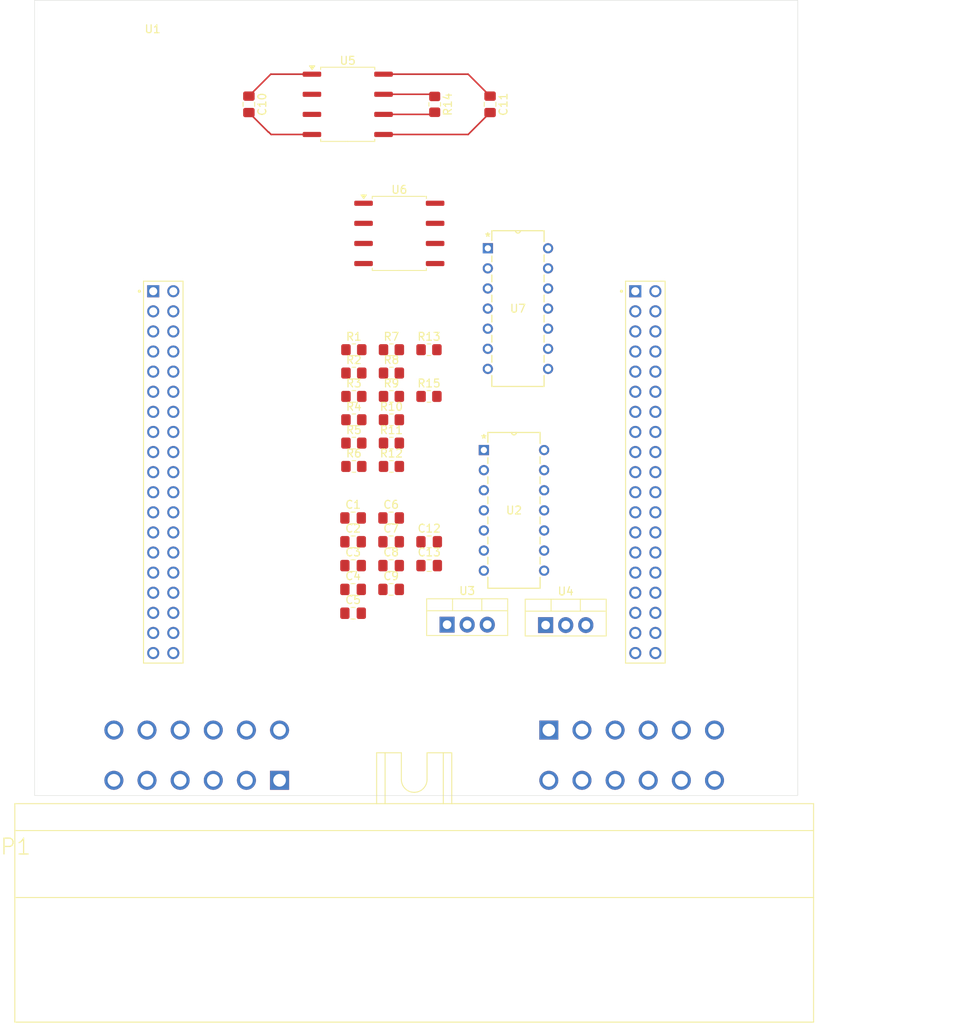
<source format=kicad_pcb>
(kicad_pcb (version 20240108) (generator "pcbnew") (generator_version "8.0")
  (title_block (title "ETC PCB") (date "2024-10-12") (rev "1") (company "Dustin Wang - Formula Slug"))
  (layers (0 "F.Cu" signal) (31 "B.Cu" signal) (34 "B.Paste" user) (35 "F.Paste" user) (36 "B.SilkS" user "B.Silkscreen") (37 "F.SilkS" user "F.Silkscreen") (38 "B.Mask" user) (39 "F.Mask" user) (44 "Edge.Cuts" user))
  (net 0 "")
  (net 1 "+12V")
  (net 2 "GND")
  (net 3 "+5V")
  (net 4 "+9V")
  (net 5 "/HE1")
  (net 6 "/HE2")
  (net 7 "/BSE")
  (net 8 "/Cockpit_smooth")
  (net 9 "/Reverse_smooth")
  (net 10 "+3V3")
  (net 12 "/HE1_RAW")
  (net 13 "/RTDS")
  (net 15 "/L_CAN")
  (net 16 "/Cockpit_Raw")
  (net 19 "/Reverse_Raw")
  (net 20 "/BSE_RAW")
  (net 21 "/H_CAN")
  (net 22 "/HE2_RAW")
  (net 23 "/L_Motor_CAN")
  (net 24 "/H_Motor_CAN")
  (net 25 "Net-(U2A--)")
  (net 26 "Net-(U2B--)")
  (net 27 "Net-(U2C--)")
  (net 37 "/Reverse_Signal")
  (net 40 "/CAN_RD")
  (net 49 "/Motor_CAN_RD")
  (net 58 "/CAN_TD")
  (net 71 "/Cockpit_Signal")
  (net 81 "/Motor_CAN_TD")
  (net 83 "Net-(U2D--)")
  (footprint "FS_3_Global_Footprint_Library:NUCLEO-F446RE" (layer "F.Cu") (at 197.75 107.79)
    (property "Reference" "U1" (at -31.825 -42.635 0) (layer "F.SilkS"))
    (property "Value" "NUCLEO-F446RE")
    (fp_line (start -32.98 -10.78) (end -32.98 37.48) (stroke (width 0.127)) (layer "F.SilkS"))
    (fp_line (start -32.98 -10.78) (end -32.98 37.48) (stroke (width 0.127)) (layer "F.SilkS"))
    (fp_line (start -32.98 37.48) (end -27.98 37.48) (stroke (width 0.127)) (layer "F.SilkS"))
    (fp_line (start -27.98 -10.78) (end -32.98 -10.78) (stroke (width 0.127)) (layer "F.SilkS"))
    (fp_line (start -27.98 37.48) (end -27.98 -10.78) (stroke (width 0.127)) (layer "F.SilkS"))
    (fp_line (start 27.98 -10.78) (end 27.98 37.48) (stroke (width 0.127)) (layer "F.SilkS"))
    (fp_line (start 32.98 -10.78) (end 27.98 -10.78) (stroke (width 0.127)) (layer "F.SilkS"))
    (fp_line (start 32.98 -10.78) (end 32.98 37.48) (stroke (width 0.127)) (layer "F.SilkS"))
    (fp_line (start 32.98 37.48) (end 27.98 37.48) (stroke (width 0.127)) (layer "F.SilkS"))
    (fp_circle (center -33.5 -9.51) (end -33.4 -9.51) (stroke (width 0.2)) (fill none) (layer "F.SilkS"))
    (fp_circle (center 27.46 -9.51) (end 27.56 -9.51) (stroke (width 0.2)) (fill none) (layer "F.SilkS"))
    (pad "CN7_1" thru_hole rect (at -31.75 -9.51) (size 1.53 1.53) (drill 1.02) (layers "*.Cu" "*.Mask"))
    (pad "CN7_2" thru_hole circle (at -29.21 -9.51) (size 1.53 1.53) (drill 1.02) (layers "*.Cu" "*.Mask"))
    (pad "CN7_3" thru_hole circle (at -31.75 -6.97) (size 1.53 1.53) (drill 1.02) (layers "*.Cu" "*.Mask"))
    (pad "CN7_4" thru_hole circle (at -29.21 -6.97) (size 1.53 1.53) (drill 1.02) (layers "*.Cu" "*.Mask"))
    (pad "CN7_5" thru_hole circle (at -31.75 -4.43) (size 1.53 1.53) (drill 1.02) (layers "*.Cu" "*.Mask"))
    (pad "CN7_6" thru_hole circle (at -29.21 -4.43) (size 1.53 1.53) (drill 1.02) (layers "*.Cu" "*.Mask"))
    (pad "CN7_7" thru_hole circle (at -31.75 -1.89) (size 1.53 1.53) (drill 1.02) (layers "*.Cu" "*.Mask"))
    (pad "CN7_8" thru_hole circle (at -29.21 -1.89) (size 1.53 1.53) (drill 1.02) (layers "*.Cu" "*.Mask") (net 2 "GND"))
    (pad "CN7_9" thru_hole circle (at -31.75 0.65) (size 1.53 1.53) (drill 1.02) (layers "*.Cu" "*.Mask"))
    (pad "CN7_10" thru_hole circle (at -29.21 0.65) (size 1.53 1.53) (drill 1.02) (layers "*.Cu" "*.Mask"))
    (pad "CN7_11" thru_hole circle (at -31.75 3.19) (size 1.53 1.53) (drill 1.02) (layers "*.Cu" "*.Mask"))
    (pad "CN7_12" thru_hole circle (at -29.21 3.19) (size 1.53 1.53) (drill 1.02) (layers "*.Cu" "*.Mask"))
    (pad "CN7_13" thru_hole circle (at -31.75 5.73) (size 1.53 1.53) (drill 1.02) (layers "*.Cu" "*.Mask"))
    (pad "CN7_14" thru_hole circle (at -29.21 5.73) (size 1.53 1.53) (drill 1.02) (layers "*.Cu" "*.Mask"))
    (pad "CN7_15" thru_hole circle (at -31.75 8.27) (size 1.53 1.53) (drill 1.02) (layers "*.Cu" "*.Mask"))
    (pad "CN7_16" thru_hole circle (at -29.21 8.27) (size 1.53 1.53) (drill 1.02) (layers "*.Cu" "*.Mask") (net 10 "+3V3"))
    (pad "CN7_17" thru_hole circle (at -31.75 10.81) (size 1.53 1.53) (drill 1.02) (layers "*.Cu" "*.Mask"))
    (pad "CN7_18" thru_hole circle (at -29.21 10.81) (size 1.53 1.53) (drill 1.02) (layers "*.Cu" "*.Mask"))
    (pad "CN7_19" thru_hole circle (at -31.75 13.35) (size 1.53 1.53) (drill 1.02) (layers "*.Cu" "*.Mask") (net 2 "GND"))
    (pad "CN7_20" thru_hole circle (at -29.21 13.35) (size 1.53 1.53) (drill 1.02) (layers "*.Cu" "*.Mask") (net 2 "GND"))
    (pad "CN7_21" thru_hole circle (at -31.75 15.89) (size 1.53 1.53) (drill 1.02) (layers "*.Cu" "*.Mask"))
    (pad "CN7_22" thru_hole circle (at -29.21 15.89) (size 1.53 1.53) (drill 1.02) (layers "*.Cu" "*.Mask") (net 2 "GND"))
    (pad "CN7_23" thru_hole circle (at -31.75 18.43) (size 1.53 1.53) (drill 1.02) (layers "*.Cu" "*.Mask") (net 13 "/RTDS"))
    (pad "CN7_24" thru_hole circle (at -29.21 18.43) (size 1.53 1.53) (drill 1.02) (layers "*.Cu" "*.Mask") (net 4 "+9V"))
    (pad "CN7_25" thru_hole circle (at -31.75 20.97) (size 1.53 1.53) (drill 1.02) (layers "*.Cu" "*.Mask"))
    (pad "CN7_26" thru_hole circle (at -29.21 20.97) (size 1.53 1.53) (drill 1.02) (layers "*.Cu" "*.Mask"))
    (pad "CN7_27" thru_hole circle (at -31.75 23.51) (size 1.53 1.53) (drill 1.02) (layers "*.Cu" "*.Mask") (net 37 "/Reverse_Signal"))
    (pad "CN7_28" thru_hole circle (at -29.21 23.51) (size 1.53 1.53) (drill 1.02) (layers "*.Cu" "*.Mask") (net 5 "/HE1"))
    (pad "CN7_29" thru_hole circle (at -31.75 26.05) (size 1.53 1.53) (drill 1.02) (layers "*.Cu" "*.Mask"))
    (pad "CN7_30" thru_hole circle (at -29.21 26.05) (size 1.53 1.53) (drill 1.02) (layers "*.Cu" "*.Mask"))
    (pad "CN7_31" thru_hole circle (at -31.75 28.59) (size 1.53 1.53) (drill 1.02) (layers "*.Cu" "*.Mask") (net 71 "/Cockpit_Signal"))
    (pad "CN7_32" thru_hole circle (at -29.21 28.59) (size 1.53 1.53) (drill 1.02) (layers "*.Cu" "*.Mask"))
    (pad "CN7_33" thru_hole circle (at -31.75 31.13) (size 1.53 1.53) (drill 1.02) (layers "*.Cu" "*.Mask"))
    (pad "CN7_34" thru_hole circle (at -29.21 31.13) (size 1.53 1.53) (drill 1.02) (layers "*.Cu" "*.Mask") (net 6 "/HE2"))
    (pad "CN7_35" thru_hole circle (at -31.75 33.67) (size 1.53 1.53) (drill 1.02) (layers "*.Cu" "*.Mask"))
    (pad "CN7_36" thru_hole circle (at -29.21 33.67) (size 1.53 1.53) (drill 1.02) (layers "*.Cu" "*.Mask"))
    (pad "CN7_37" thru_hole circle (at -31.75 36.21) (size 1.53 1.53) (drill 1.02) (layers "*.Cu" "*.Mask"))
    (pad "CN7_38" thru_hole circle (at -29.21 36.21) (size 1.53 1.53) (drill 1.02) (layers "*.Cu" "*.Mask") (net 7 "/BSE"))
    (pad "CN10_1" thru_hole rect (at 29.21 -9.51) (size 1.53 1.53) (drill 1.02) (layers "*.Cu" "*.Mask"))
    (pad "CN10_2" thru_hole circle (at 31.75 -9.51) (size 1.53 1.53) (drill 1.02) (layers "*.Cu" "*.Mask"))
    (pad "CN10_3" thru_hole circle (at 29.21 -6.97) (size 1.53 1.53) (drill 1.02) (layers "*.Cu" "*.Mask"))
    (pad "CN10_4" thru_hole circle (at 31.75 -6.97) (size 1.53 1.53) (drill 1.02) (layers "*.Cu" "*.Mask"))
    (pad "CN10_5" thru_hole circle (at 29.21 -4.43) (size 1.53 1.53) (drill 1.02) (layers "*.Cu" "*.Mask"))
    (pad "CN10_6" thru_hole circle (at 31.75 -4.43) (size 1.53 1.53) (drill 1.02) (layers "*.Cu" "*.Mask"))
    (pad "CN10_7" thru_hole circle (at 29.21 -1.89) (size 1.53 1.53) (drill 1.02) (layers "*.Cu" "*.Mask"))
    (pad "CN10_8" thru_hole circle (at 31.75 -1.89) (size 1.53 1.53) (drill 1.02) (layers "*.Cu" "*.Mask"))
    (pad "CN10_9" thru_hole circle (at 29.21 0.65) (size 1.53 1.53) (drill 1.02) (layers "*.Cu" "*.Mask") (net 2 "GND"))
    (pad "CN10_10" thru_hole circle (at 31.75 0.65) (size 1.53 1.53) (drill 1.02) (layers "*.Cu" "*.Mask"))
    (pad "CN10_11" thru_hole circle (at 29.21 3.19) (size 1.53 1.53) (drill 1.02) (layers "*.Cu" "*.Mask"))
    (pad "CN10_12" thru_hole circle (at 31.75 3.19) (size 1.53 1.53) (drill 1.02) (layers "*.Cu" "*.Mask") (net 81 "/Motor_CAN_TD"))
    (pad "CN10_13" thru_hole circle (at 29.21 5.73) (size 1.53 1.53) (drill 1.02) (layers "*.Cu" "*.Mask"))
    (pad "CN10_14" thru_hole circle (at 31.75 5.73) (size 1.53 1.53) (drill 1.02) (layers "*.Cu" "*.Mask") (net 49 "/Motor_CAN_RD"))
    (pad "CN10_15" thru_hole circle (at 29.21 8.27) (size 1.53 1.53) (drill 1.02) (layers "*.Cu" "*.Mask"))
    (pad "CN10_16" thru_hole circle (at 31.75 8.27) (size 1.53 1.53) (drill 1.02) (layers "*.Cu" "*.Mask"))
    (pad "CN10_17" thru_hole circle (at 29.21 10.81) (size 1.53 1.53) (drill 1.02) (layers "*.Cu" "*.Mask") (net 58 "/CAN_TD"))
    (pad "CN10_18" thru_hole circle (at 31.75 10.81) (size 1.53 1.53) (drill 1.02) (layers "*.Cu" "*.Mask"))
    (pad "CN10_19" thru_hole circle (at 29.21 13.35) (size 1.53 1.53) (drill 1.02) (layers "*.Cu" "*.Mask"))
    (pad "CN10_20" thru_hole circle (at 31.75 13.35) (size 1.53 1.53) (drill 1.02) (layers "*.Cu" "*.Mask") (net 2 "GND"))
    (pad "CN10_21" thru_hole circle (at 29.21 15.89) (size 1.53 1.53) (drill 1.02) (layers "*.Cu" "*.Mask"))
    (pad "CN10_22" thru_hole circle (at 31.75 15.89) (size 1.53 1.53) (drill 1.02) (layers "*.Cu" "*.Mask"))
    (pad "CN10_23" thru_hole circle (at 29.21 18.43) (size 1.53 1.53) (drill 1.02) (layers "*.Cu" "*.Mask"))
    (pad "CN10_24" thru_hole circle (at 31.75 18.43) (size 1.53 1.53) (drill 1.02) (layers "*.Cu" "*.Mask"))
    (pad "CN10_25" thru_hole circle (at 29.21 20.97) (size 1.53 1.53) (drill 1.02) (layers "*.Cu" "*.Mask"))
    (pad "CN10_26" thru_hole circle (at 31.75 20.97) (size 1.53 1.53) (drill 1.02) (layers "*.Cu" "*.Mask"))
    (pad "CN10_27" thru_hole circle (at 29.21 23.51) (size 1.53 1.53) (drill 1.02) (layers "*.Cu" "*.Mask"))
    (pad "CN10_28" thru_hole circle (at 31.75 23.51) (size 1.53 1.53) (drill 1.02) (layers "*.Cu" "*.Mask"))
    (pad "CN10_29" thru_hole circle (at 29.21 26.05) (size 1.53 1.53) (drill 1.02) (layers "*.Cu" "*.Mask") (net 40 "/CAN_RD"))
    (pad "CN10_30" thru_hole circle (at 31.75 26.05) (size 1.53 1.53) (drill 1.02) (layers "*.Cu" "*.Mask"))
    (pad "CN10_31" thru_hole circle (at 29.21 28.59) (size 1.53 1.53) (drill 1.02) (layers "*.Cu" "*.Mask"))
    (pad "CN10_32" thru_hole circle (at 31.75 28.59) (size 1.53 1.53) (drill 1.02) (layers "*.Cu" "*.Mask") (net 2 "GND"))
    (pad "CN10_33" thru_hole circle (at 29.21 31.13) (size 1.53 1.53) (drill 1.02) (layers "*.Cu" "*.Mask"))
    (pad "CN10_34" thru_hole circle (at 31.75 31.13) (size 1.53 1.53) (drill 1.02) (layers "*.Cu" "*.Mask"))
    (pad "CN10_35" thru_hole circle (at 29.21 33.67) (size 1.53 1.53) (drill 1.02) (layers "*.Cu" "*.Mask"))
    (pad "CN10_36" thru_hole circle (at 31.75 33.67) (size 1.53 1.53) (drill 1.02) (layers "*.Cu" "*.Mask"))
    (pad "CN10_37" thru_hole circle (at 29.21 36.21) (size 1.53 1.53) (drill 1.02) (layers "*.Cu" "*.Mask"))
    (pad "CN10_38" thru_hole circle (at 31.75 36.21) (size 1.53 1.53) (drill 1.02) (layers "*.Cu" "*.Mask"))
  )
  (footprint "Capacitor_SMD:C_0805_2012Metric_Pad1.18x1.45mm_HandSolder" (layer "F.Cu") (at 191.2725 126.93)
    (property "Reference" "C1" (at 0 -1.68 0) (layer "F.SilkS"))
    (property "Value" ".33 µF")
    (fp_line (start -0.261252 -0.735) (end 0.261252 -0.735) (stroke (width 0.12)) (layer "F.SilkS"))
    (fp_line (start -0.261252 0.735) (end 0.261252 0.735) (stroke (width 0.12)) (layer "F.SilkS"))
    (pad "1" smd roundrect (at -1.0375 0) (size 1.175 1.45) (layers "F.Cu" "F.Paste" "F.Mask") (roundrect_rratio 0.212766) (net 1 "+12V"))
    (pad "2" smd roundrect (at 1.0375 0) (size 1.175 1.45) (layers "F.Cu" "F.Paste" "F.Mask") (roundrect_rratio 0.212766) (net 2 "GND"))
  )
  (footprint "Resistor_SMD:R_0805_2012Metric_Pad1.20x1.40mm_HandSolder" (layer "F.Cu") (at 191.37 120.42)
    (property "Reference" "R6" (at 0 -1.65 0) (layer "F.SilkS"))
    (property "Value" "180kΩ")
    (fp_line (start -0.227064 -0.735) (end 0.227064 -0.735) (stroke (width 0.12)) (layer "F.SilkS"))
    (fp_line (start -0.227064 0.735) (end 0.227064 0.735) (stroke (width 0.12)) (layer "F.SilkS"))
    (pad "1" smd roundrect (at -1 0) (size 1.2 1.4) (layers "F.Cu" "F.Paste" "F.Mask") (roundrect_rratio 0.208333) (net 6 "/HE2"))
    (pad "2" smd roundrect (at 1 0) (size 1.2 1.4) (layers "F.Cu" "F.Paste" "F.Mask") (roundrect_rratio 0.208333) (net 2 "GND"))
  )
  (footprint "FS_3_Global_Footprint_Library:N14" (layer "F.Cu") (at 215.43 133.59)
    (property "Reference" "U2" (at -3.81 -7.62 0) (layer "F.SilkS"))
    (property "Value" "MCP6004")
    (fp_line (start -7.112 -17.4625) (end -7.112 -16.22044) (stroke (width 0.1524)) (layer "F.SilkS"))
    (fp_line (start -7.112 -14.25956) (end -7.112 -13.538569) (stroke (width 0.1524)) (layer "F.SilkS"))
    (fp_line (start -7.112 -11.861431) (end -7.112 -10.998569) (stroke (width 0.1524)) (layer "F.SilkS"))
    (fp_line (start -7.112 -9.321431) (end -7.112 -8.458569) (stroke (width 0.1524)) (layer "F.SilkS"))
    (fp_line (start -7.112 -6.781431) (end -7.112 -5.918569) (stroke (width 0.1524)) (layer "F.SilkS"))
    (fp_line (start -7.112 -4.241431) (end -7.112 -3.378569) (stroke (width 0.1524)) (layer "F.SilkS"))
    (fp_line (start -7.112 -1.701431) (end -7.112 -0.838569) (stroke (width 0.1524)) (layer "F.SilkS"))
    (fp_line (start -7.112 0.838569) (end -7.112 2.2225) (stroke (width 0.1524)) (layer "F.SilkS"))
    (fp_line (start -7.112 2.2225) (end -0.508 2.2225) (stroke (width 0.1524)) (layer "F.SilkS"))
    (fp_line (start -0.508 -17.4625) (end -7.112 -17.4625) (stroke (width 0.1524)) (layer "F.SilkS"))
    (fp_line (start -0.508 -16.078569) (end -0.508 -17.4625) (stroke (width 0.1524)) (layer "F.SilkS"))
    (fp_line (start -0.508 -13.538569) (end -0.508 -14.401431) (stroke (width 0.1524)) (layer "F.SilkS"))
    (fp_line (start -0.508 -10.998569) (end -0.508 -11.861431) (stroke (width 0.1524)) (layer "F.SilkS"))
    (fp_line (start -0.508 -8.458569) (end -0.508 -9.321431) (stroke (width 0.1524)) (layer "F.SilkS"))
    (fp_line (start -0.508 -5.918569) (end -0.508 -6.781431) (stroke (width 0.1524)) (layer "F.SilkS"))
    (fp_line (start -0.508 -3.378569) (end -0.508 -4.241431) (stroke (width 0.1524)) (layer "F.SilkS"))
    (fp_line (start -0.508 -0.838569) (end -0.508 -1.701431) (stroke (width 0.1524)) (layer "F.SilkS"))
    (fp_line (start -0.508 2.2225) (end -0.508 0.838569) (stroke (width 0.1524)) (layer "F.SilkS"))
    (fp_arc (start -3.5052 -17.4625) (mid -3.81 -17.1577) (end -4.1148 -17.4625) (stroke (width 0.1524)) (layer "F.SilkS"))
    (fp_text user "*" (at -7.62 -16.6497 0) (layer "F.SilkS"))
    (fp_text user "*" (at -7.62 -16.6497 0) (layer "F.SilkS"))
    (pad "1" thru_hole rect (at -7.62 -15.24) (size 1.2954 1.2954) (drill 0.7874) (layers "*.Cu" "*.Mask") (net 25 "Net-(U2A--)"))
    (pad "2" thru_hole circle (at -7.62 -12.7) (size 1.2954 1.2954) (drill 0.7874) (layers "*.Cu" "*.Mask") (net 25 "Net-(U2A--)"))
    (pad "3" thru_hole circle (at -7.62 -10.16) (size 1.2954 1.2954) (drill 0.7874) (layers "*.Cu" "*.Mask") (net 12 "/HE1_RAW"))
    (pad "4" thru_hole circle (at -7.62 -7.62) (size 1.2954 1.2954) (drill 0.7874) (layers "*.Cu" "*.Mask") (net 3 "+5V"))
    (pad "5" thru_hole circle (at -7.62 -5.08) (size 1.2954 1.2954) (drill 0.7874) (layers "*.Cu" "*.Mask") (net 22 "/HE2_RAW"))
    (pad "6" thru_hole circle (at -7.62 -2.54) (size 1.2954 1.2954) (drill 0.7874) (layers "*.Cu" "*.Mask") (net 26 "Net-(U2B--)"))
    (pad "7" thru_hole circle (at -7.62 0) (size 1.2954 1.2954) (drill 0.7874) (layers "*.Cu" "*.Mask") (net 26 "Net-(U2B--)"))
    (pad "8" thru_hole circle (at 0 0) (size 1.2954 1.2954) (drill 0.7874) (layers "*.Cu" "*.Mask") (net 27 "Net-(U2C--)"))
    (pad "9" thru_hole circle (at 0 -2.54) (size 1.2954 1.2954) (drill 0.7874) (layers "*.Cu" "*.Mask") (net 27 "Net-(U2C--)"))
    (pad "10" thru_hole circle (at 0 -5.08) (size 1.2954 1.2954) (drill 0.7874) (layers "*.Cu" "*.Mask") (net 20 "/BSE_RAW"))
    (pad "11" thru_hole circle (at 0 -7.62) (size 1.2954 1.2954) (drill 0.7874) (layers "*.Cu" "*.Mask") (net 2 "GND"))
    (pad "12" thru_hole circle (at 0 -10.16) (size 1.2954 1.2954) (drill 0.7874) (layers "*.Cu" "*.Mask") (net 2 "GND"))
    (pad "13" thru_hole circle (at 0 -12.7) (size 1.2954 1.2954) (drill 0.7874) (layers "*.Cu" "*.Mask") (net 83 "Net-(U2D--)"))
    (pad "14" thru_hole circle (at 0 -15.24) (size 1.2954 1.2954) (drill 0.7874) (layers "*.Cu" "*.Mask") (net 83 "Net-(U2D--)"))
  )
  (footprint "Package_SO:SOP-8_6.62x9.15mm_P2.54mm" (layer "F.Cu") (at 197.12 90.97)
    (property "Reference" "U6" (at 0 -5.52 0) (layer "F.SilkS"))
    (property "Value" "ISO1050DUB")
    (fp_line (start -3.42 -4.685) (end -3.42 -4.395) (stroke (width 0.12)) (layer "F.SilkS"))
    (fp_line (start -3.42 4.685) (end -3.42 4.395) (stroke (width 0.12)) (layer "F.SilkS"))
    (fp_line (start 0 -4.685) (end -3.42 -4.685) (stroke (width 0.12)) (layer "F.SilkS"))
    (fp_line (start 0 -4.685) (end 3.42 -4.685) (stroke (width 0.12)) (layer "F.SilkS"))
    (fp_line (start 0 4.685) (end -3.42 4.685) (stroke (width 0.12)) (layer "F.SilkS"))
    (fp_line (start 0 4.685) (end 3.42 4.685) (stroke (width 0.12)) (layer "F.SilkS"))
    (fp_line (start 3.42 -4.685) (end 3.42 -4.395) (stroke (width 0.12)) (layer "F.SilkS"))
    (fp_line (start 3.42 4.685) (end 3.42 4.395) (stroke (width 0.12)) (layer "F.SilkS"))
    (fp_poly (pts (xy -4.505 -4.395) (xy -4.845 -4.865) (xy -4.165 -4.865) (xy -4.505 -4.395)) (stroke (width 0.12)) (fill solid) (layer "F.SilkS"))
    (pad "1" smd roundrect (at -4.525 -3.81) (size 2.35 0.65) (layers "F.Cu" "F.Paste" "F.Mask") (net 10 "+3V3"))
    (pad "2" smd roundrect (at -4.525 -1.27) (size 2.35 0.65) (layers "F.Cu" "F.Paste" "F.Mask") (net 40 "/CAN_RD"))
    (pad "3" smd roundrect (at -4.525 1.27) (size 2.35 0.65) (layers "F.Cu" "F.Paste" "F.Mask") (net 58 "/CAN_TD"))
    (pad "4" smd roundrect (at -4.525 3.81) (size 2.35 0.65) (layers "F.Cu" "F.Paste" "F.Mask") (net 2 "GND"))
    (pad "5" smd roundrect (at 4.525 3.81) (size 2.35 0.65) (layers "F.Cu" "F.Paste" "F.Mask") (net 2 "GND"))
    (pad "6" smd roundrect (at 4.525 1.27) (size 2.35 0.65) (layers "F.Cu" "F.Paste" "F.Mask") (net 15 "/L_CAN"))
    (pad "7" smd roundrect (at 4.525 -1.27) (size 2.35 0.65) (layers "F.Cu" "F.Paste" "F.Mask") (net 21 "/H_CAN"))
    (pad "8" smd roundrect (at 4.525 -3.81) (size 2.35 0.65) (layers "F.Cu" "F.Paste" "F.Mask") (net 3 "+5V"))
  )
  (footprint "Capacitor_SMD:C_0805_2012Metric_Pad1.18x1.45mm_HandSolder" (layer "F.Cu") (at 196.0825 126.93)
    (property "Reference" "C6" (at 0 -1.68 0) (layer "F.SilkS"))
    (property "Value" "40 nF")
    (fp_line (start -0.261252 -0.735) (end 0.261252 -0.735) (stroke (width 0.12)) (layer "F.SilkS"))
    (fp_line (start -0.261252 0.735) (end 0.261252 0.735) (stroke (width 0.12)) (layer "F.SilkS"))
    (pad "1" smd roundrect (at -1.0375 0) (size 1.175 1.45) (layers "F.Cu" "F.Paste" "F.Mask") (roundrect_rratio 0.212766) (net 6 "/HE2"))
    (pad "2" smd roundrect (at 1.0375 0) (size 1.175 1.45) (layers "F.Cu" "F.Paste" "F.Mask") (roundrect_rratio 0.212766) (net 2 "GND"))
  )
  (footprint "Capacitor_SMD:C_0805_2012Metric_Pad1.18x1.45mm_HandSolder" (layer "F.Cu") (at 208.595 74.66 -90)
    (property "Reference" "C11" (at 0 -1.68 90) (layer "F.SilkS"))
    (property "Value" "100nF")
    (fp_line (start -0.261252 0.735) (end 0.261252 0.735) (stroke (width 0.12)) (layer "F.SilkS"))
    (fp_line (start -0.261252 -0.735) (end 0.261252 -0.735) (stroke (width 0.12)) (layer "F.SilkS"))
    (pad "1" smd roundrect (at -1.0375 0 270) (size 1.175 1.45) (layers "F.Cu" "F.Paste" "F.Mask") (roundrect_rratio 0.212766) (net 3 "+5V"))
    (pad "2" smd roundrect (at 1.0375 0 270) (size 1.175 1.45) (layers "F.Cu" "F.Paste" "F.Mask") (roundrect_rratio 0.212766) (net 2 "GND"))
  )
  (footprint "Resistor_SMD:R_0805_2012Metric_Pad1.20x1.40mm_HandSolder" (layer "F.Cu") (at 201.595 74.66 -90)
    (property "Reference" "R14" (at 0 -1.65 90) (layer "F.SilkS"))
    (property "Value" "120Ω")
    (fp_line (start -0.227064 0.735) (end 0.227064 0.735) (stroke (width 0.12)) (layer "F.SilkS"))
    (fp_line (start -0.227064 -0.735) (end 0.227064 -0.735) (stroke (width 0.12)) (layer "F.SilkS"))
    (pad "1" smd roundrect (at -1 0 270) (size 1.2 1.4) (layers "F.Cu" "F.Paste" "F.Mask") (roundrect_rratio 0.208333) (net 24 "/H_Motor_CAN"))
    (pad "2" smd roundrect (at 1 0 270) (size 1.2 1.4) (layers "F.Cu" "F.Paste" "F.Mask") (roundrect_rratio 0.208333) (net 23 "/L_Motor_CAN"))
  )
  (footprint "Resistor_SMD:R_0805_2012Metric_Pad1.20x1.40mm_HandSolder" (layer "F.Cu") (at 200.87 111.57)
    (property "Reference" "R15" (at 0 -1.65 0) (layer "F.SilkS"))
    (property "Value" "120Ω")
    (fp_line (start -0.227064 -0.735) (end 0.227064 -0.735) (stroke (width 0.12)) (layer "F.SilkS"))
    (fp_line (start -0.227064 0.735) (end 0.227064 0.735) (stroke (width 0.12)) (layer "F.SilkS"))
    (pad "1" smd roundrect (at -1 0) (size 1.2 1.4) (layers "F.Cu" "F.Paste" "F.Mask") (roundrect_rratio 0.208333) (net 21 "/H_CAN"))
    (pad "2" smd roundrect (at 1 0) (size 1.2 1.4) (layers "F.Cu" "F.Paste" "F.Mask") (roundrect_rratio 0.208333) (net 15 "/L_CAN"))
  )
  (footprint "Resistor_SMD:R_0805_2012Metric_Pad1.20x1.40mm_HandSolder" (layer "F.Cu") (at 191.37 117.47)
    (property "Reference" "R5" (at 0 -1.65 0) (layer "F.SilkS"))
    (property "Value" "180kΩ")
    (fp_line (start -0.227064 -0.735) (end 0.227064 -0.735) (stroke (width 0.12)) (layer "F.SilkS"))
    (fp_line (start -0.227064 0.735) (end 0.227064 0.735) (stroke (width 0.12)) (layer "F.SilkS"))
    (pad "1" smd roundrect (at -1 0) (size 1.2 1.4) (layers "F.Cu" "F.Paste" "F.Mask") (roundrect_rratio 0.208333) (net 26 "Net-(U2B--)"))
    (pad "2" smd roundrect (at 1 0) (size 1.2 1.4) (layers "F.Cu" "F.Paste" "F.Mask") (roundrect_rratio 0.208333) (net 6 "/HE2"))
  )
  (footprint "Resistor_SMD:R_0805_2012Metric_Pad1.20x1.40mm_HandSolder" (layer "F.Cu") (at 196.12 120.42)
    (property "Reference" "R12" (at 0 -1.65 0) (layer "F.SilkS"))
    (property "Value" "10kΩ")
    (fp_line (start -0.227064 -0.735) (end 0.227064 -0.735) (stroke (width 0.12)) (layer "F.SilkS"))
    (fp_line (start -0.227064 0.735) (end 0.227064 0.735) (stroke (width 0.12)) (layer "F.SilkS"))
    (pad "1" smd roundrect (at -1 0) (size 1.2 1.4) (layers "F.Cu" "F.Paste" "F.Mask") (roundrect_rratio 0.208333) (net 10 "+3V3"))
    (pad "2" smd roundrect (at 1 0) (size 1.2 1.4) (layers "F.Cu" "F.Paste" "F.Mask") (roundrect_rratio 0.208333) (net 19 "/Reverse_Raw"))
  )
  (footprint "FS_3_Global_Footprint_Library:TE_DTM1312PC12PDR008" (layer "F.Cu") (at 199 158.125)
    (property "Reference" "P1" (at -50.3932 10.35025 180) (layer "F.SilkS") (effects (font (size 2.005717 2.005717))))
    (property "Value" "DTM1312PC12PDR008")
    (fp_line (start -50.5 4.91) (end -4.75 4.91) (stroke (width 0.127)) (layer "F.SilkS"))
    (fp_line (start -50.5 8.31) (end -50.5 4.91) (stroke (width 0.127)) (layer "F.SilkS"))
    (fp_line (start -50.5 8.31) (end 50.5 8.31) (stroke (width 0.127)) (layer "F.SilkS"))
    (fp_line (start -50.5 16.77) (end -50.5 8.31) (stroke (width 0.127)) (layer "F.SilkS"))
    (fp_line (start -50.5 16.77) (end -50.5 32.52) (stroke (width 0.127)) (layer "F.SilkS"))
    (fp_line (start -50.5 32.52) (end 50.5 32.52) (stroke (width 0.127)) (layer "F.SilkS"))
    (fp_line (start -4.75 -1.52) (end -3.68 -1.52) (stroke (width 0.127)) (layer "F.SilkS"))
    (fp_line (start -4.75 4.91) (end -4.75 -1.52) (stroke (width 0.127)) (layer "F.SilkS"))
    (fp_line (start -4.75 4.91) (end -3.68 4.91) (stroke (width 0.127)) (layer "F.SilkS"))
    (fp_line (start -3.68 -1.52) (end -1.625 -1.52) (stroke (width 0.127)) (layer "F.SilkS"))
    (fp_line (start -3.68 4.91) (end -3.68 -1.52) (stroke (width 0.127)) (layer "F.SilkS"))
    (fp_line (start -3.68 4.91) (end 3.68 4.91) (stroke (width 0.127)) (layer "F.SilkS"))
    (fp_line (start -1.625 -1.52) (end -1.625 1.855) (stroke (width 0.127)) (layer "F.SilkS"))
    (fp_line (start 1.625 -1.52) (end 3.68 -1.52) (stroke (width 0.127)) (layer "F.SilkS"))
    (fp_line (start 1.625 1.855) (end 1.625 -1.52) (stroke (width 0.127)) (layer "F.SilkS"))
    (fp_line (start 3.68 -1.52) (end 4.75 -1.52) (stroke (width 0.127)) (layer "F.SilkS"))
    (fp_line (start 3.68 4.91) (end 3.68 -1.52) (stroke (width 0.127)) (layer "F.SilkS"))
    (fp_line (start 3.68 4.91) (end 4.75 4.91) (stroke (width 0.127)) (layer "F.SilkS"))
    (fp_line (start 4.75 -1.52) (end 4.75 4.91) (stroke (width 0.127)) (layer "F.SilkS"))
    (fp_line (start 4.75 4.91) (end 50.5 4.91) (stroke (width 0.127)) (layer "F.SilkS"))
    (fp_line (start 50.5 4.91) (end 50.5 8.31) (stroke (width 0.127)) (layer "F.SilkS"))
    (fp_line (start 50.5 8.31) (end 50.5 16.77) (stroke (width 0.127)) (layer "F.SilkS"))
    (fp_line (start 50.5 16.77) (end -50.5 16.77) (stroke (width 0.127)) (layer "F.SilkS"))
    (fp_line (start 50.5 32.52) (end 50.5 16.77) (stroke (width 0.127)) (layer "F.SilkS"))
    (fp_arc (start 0 3.48) (mid -1.149049 3.004049) (end -1.625 1.855) (stroke (width 0.127)) (layer "F.SilkS"))
    (fp_arc (start 1.625 1.855) (mid 1.149049 3.004049) (end 0 3.48) (stroke (width 0.127)) (layer "F.SilkS"))
    (pad "C1" thru_hole rect (at -17.025 1.96) (size 2.4 2.4) (drill 1.6) (layers "*.Cu" "*.Mask") (net 19 "/Reverse_Raw"))
    (pad "C2" thru_hole circle (at -21.215 1.96) (size 2.4 2.4) (drill 1.6) (layers "*.Cu" "*.Mask") (net 2 "GND"))
    (pad "C3" thru_hole circle (at -25.405 1.96) (size 2.4 2.4) (drill 1.6) (layers "*.Cu" "*.Mask"))
    (pad "C4" thru_hole circle (at -29.595 1.96) (size 2.4 2.4) (drill 1.6) (layers "*.Cu" "*.Mask"))
    (pad "C5" thru_hole circle (at -33.785 1.96) (size 2.4 2.4) (drill 1.6) (layers "*.Cu" "*.Mask"))
    (pad "C6" thru_hole circle (at -37.975 1.96) (size 2.4 2.4) (drill 1.6) (layers "*.Cu" "*.Mask"))
    (pad "C7" thru_hole circle (at -37.975 -4.39) (size 2.4 2.4) (drill 1.6) (layers "*.Cu" "*.Mask") (net 22 "/HE2_RAW"))
    (pad "C8" thru_hole circle (at -33.785 -4.39) (size 2.4 2.4) (drill 1.6) (layers "*.Cu" "*.Mask") (net 12 "/HE1_RAW"))
    (pad "C9" thru_hole circle (at -29.595 -4.39) (size 2.4 2.4) (drill 1.6) (layers "*.Cu" "*.Mask") (net 3 "+5V"))
    (pad "C10" thru_hole circle (at -25.405 -4.39) (size 2.4 2.4) (drill 1.6) (layers "*.Cu" "*.Mask") (net 3 "+5V"))
    (pad "C11" thru_hole circle (at -21.215 -4.39) (size 2.4 2.4) (drill 1.6) (layers "*.Cu" "*.Mask") (net 2 "GND"))
    (pad "C12" thru_hole circle (at -17.025 -4.39) (size 2.4 2.4) (drill 1.6) (layers "*.Cu" "*.Mask") (net 2 "GND"))
    (pad "D1" thru_hole rect (at 17.025 -4.39) (size 2.4 2.4) (drill 1.6) (layers "*.Cu" "*.Mask") (net 24 "/H_Motor_CAN"))
    (pad "D2" thru_hole circle (at 21.215 -4.39) (size 2.4 2.4) (drill 1.6) (layers "*.Cu" "*.Mask") (net 23 "/L_Motor_CAN"))
    (pad "D3" thru_hole circle (at 25.405 -4.39) (size 2.4 2.4) (drill 1.6) (layers "*.Cu" "*.Mask") (net 21 "/H_CAN"))
    (pad "D4" thru_hole circle (at 29.595 -4.39) (size 2.4 2.4) (drill 1.6) (layers "*.Cu" "*.Mask") (net 15 "/L_CAN"))
    (pad "D5" thru_hole circle (at 33.785 -4.39) (size 2.4 2.4) (drill 1.6) (layers "*.Cu" "*.Mask") (net 1 "+12V"))
    (pad "D6" thru_hole circle (at 37.975 -4.39) (size 2.4 2.4) (drill 1.6) (layers "*.Cu" "*.Mask") (net 2 "GND"))
    (pad "D7" thru_hole circle (at 37.975 1.96) (size 2.4 2.4) (drill 1.6) (layers "*.Cu" "*.Mask") (net 2 "GND"))
    (pad "D8" thru_hole circle (at 33.785 1.96) (size 2.4 2.4) (drill 1.6) (layers "*.Cu" "*.Mask") (net 3 "+5V"))
    (pad "D9" thru_hole circle (at 29.595 1.96) (size 2.4 2.4) (drill 1.6) (layers "*.Cu" "*.Mask") (net 2 "GND"))
    (pad "D10" thru_hole circle (at 25.405 1.96) (size 2.4 2.4) (drill 1.6) (layers "*.Cu" "*.Mask") (net 13 "/RTDS"))
    (pad "D11" thru_hole circle (at 21.215 1.96) (size 2.4 2.4) (drill 1.6) (layers "*.Cu" "*.Mask") (net 16 "/Cockpit_Raw"))
    (pad "D12" thru_hole circle (at 17.025 1.96) (size 2.4 2.4) (drill 1.6) (layers "*.Cu" "*.Mask") (net 20 "/BSE_RAW"))
  )
  (footprint "Resistor_SMD:R_0805_2012Metric_Pad1.20x1.40mm_HandSolder" (layer "F.Cu") (at 196.12 105.67)
    (property "Reference" "R7" (at 0 -1.65 0) (layer "F.SilkS"))
    (property "Value" "100kΩ")
    (fp_line (start -0.227064 -0.735) (end 0.227064 -0.735) (stroke (width 0.12)) (layer "F.SilkS"))
    (fp_line (start -0.227064 0.735) (end 0.227064 0.735) (stroke (width 0.12)) (layer "F.SilkS"))
    (pad "1" smd roundrect (at -1 0) (size 1.2 1.4) (layers "F.Cu" "F.Paste" "F.Mask") (roundrect_rratio 0.208333) (net 20 "/BSE_RAW"))
    (pad "2" smd roundrect (at 1 0) (size 1.2 1.4) (layers "F.Cu" "F.Paste" "F.Mask") (roundrect_rratio 0.208333) (net 2 "GND"))
  )
  (footprint "Resistor_SMD:R_0805_2012Metric_Pad1.20x1.40mm_HandSolder" (layer "F.Cu") (at 196.12 114.52)
    (property "Reference" "R10" (at 0 -1.65 0) (layer "F.SilkS"))
    (property "Value" "10kΩ")
    (fp_line (start -0.227064 -0.735) (end 0.227064 -0.735) (stroke (width 0.12)) (layer "F.SilkS"))
    (fp_line (start -0.227064 0.735) (end 0.227064 0.735) (stroke (width 0.12)) (layer "F.SilkS"))
    (pad "1" smd roundrect (at -1 0) (size 1.2 1.4) (layers "F.Cu" "F.Paste" "F.Mask") (roundrect_rratio 0.208333) (net 10 "+3V3"))
    (pad "2" smd roundrect (at 1 0) (size 1.2 1.4) (layers "F.Cu" "F.Paste" "F.Mask") (roundrect_rratio 0.208333) (net 16 "/Cockpit_Raw"))
  )
  (footprint "Capacitor_SMD:C_0805_2012Metric_Pad1.18x1.45mm_HandSolder" (layer "F.Cu") (at 196.0825 132.95)
    (property "Reference" "C8" (at 0 -1.68 0) (layer "F.SilkS"))
    (property "Value" "100 nF")
    (fp_line (start -0.261252 -0.735) (end 0.261252 -0.735) (stroke (width 0.12)) (layer "F.SilkS"))
    (fp_line (start -0.261252 0.735) (end 0.261252 0.735) (stroke (width 0.12)) (layer "F.SilkS"))
    (pad "1" smd roundrect (at -1.0375 0) (size 1.175 1.45) (layers "F.Cu" "F.Paste" "F.Mask") (roundrect_rratio 0.212766) (net 8 "/Cockpit_smooth"))
    (pad "2" smd roundrect (at 1.0375 0) (size 1.175 1.45) (layers "F.Cu" "F.Paste" "F.Mask") (roundrect_rratio 0.212766) (net 2 "GND"))
  )
  (footprint "Resistor_SMD:R_0805_2012Metric_Pad1.20x1.40mm_HandSolder" (layer "F.Cu") (at 191.37 111.57)
    (property "Reference" "R3" (at 0 -1.65 0) (layer "F.SilkS"))
    (property "Value" "100kΩ")
    (fp_line (start -0.227064 -0.735) (end 0.227064 -0.735) (stroke (width 0.12)) (layer "F.SilkS"))
    (fp_line (start -0.227064 0.735) (end 0.227064 0.735) (stroke (width 0.12)) (layer "F.SilkS"))
    (pad "1" smd roundrect (at -1 0) (size 1.2 1.4) (layers "F.Cu" "F.Paste" "F.Mask") (roundrect_rratio 0.208333) (net 12 "/HE1_RAW"))
    (pad "2" smd roundrect (at 1 0) (size 1.2 1.4) (layers "F.Cu" "F.Paste" "F.Mask") (roundrect_rratio 0.208333) (net 2 "GND"))
  )
  (footprint "Capacitor_SMD:C_0805_2012Metric_Pad1.18x1.45mm_HandSolder" (layer "F.Cu") (at 200.8925 129.94)
    (property "Reference" "C12" (at 0 -1.68 0) (layer "F.SilkS"))
    (property "Value" "100nF")
    (fp_line (start -0.261252 -0.735) (end 0.261252 -0.735) (stroke (width 0.12)) (layer "F.SilkS"))
    (fp_line (start -0.261252 0.735) (end 0.261252 0.735) (stroke (width 0.12)) (layer "F.SilkS"))
    (pad "1" smd roundrect (at -1.0375 0) (size 1.175 1.45) (layers "F.Cu" "F.Paste" "F.Mask") (roundrect_rratio 0.212766) (net 10 "+3V3"))
    (pad "2" smd roundrect (at 1.0375 0) (size 1.175 1.45) (layers "F.Cu" "F.Paste" "F.Mask") (roundrect_rratio 0.212766) (net 2 "GND"))
  )
  (footprint "Capacitor_SMD:C_0805_2012Metric_Pad1.18x1.45mm_HandSolder" (layer "F.Cu") (at 178.095 74.66 -90)
    (property "Reference" "C10" (at 0 -1.68 90) (layer "F.SilkS"))
    (property "Value" "100nF")
    (fp_line (start -0.261252 0.735) (end 0.261252 0.735) (stroke (width 0.12)) (layer "F.SilkS"))
    (fp_line (start -0.261252 -0.735) (end 0.261252 -0.735) (stroke (width 0.12)) (layer "F.SilkS"))
    (pad "1" smd roundrect (at -1.0375 0 270) (size 1.175 1.45) (layers "F.Cu" "F.Paste" "F.Mask") (roundrect_rratio 0.212766) (net 10 "+3V3"))
    (pad "2" smd roundrect (at 1.0375 0 270) (size 1.175 1.45) (layers "F.Cu" "F.Paste" "F.Mask") (roundrect_rratio 0.212766) (net 2 "GND"))
  )
  (footprint "Resistor_SMD:R_0805_2012Metric_Pad1.20x1.40mm_HandSolder" (layer "F.Cu") (at 191.37 105.67)
    (property "Reference" "R1" (at 0 -1.65 0) (layer "F.SilkS"))
    (property "Value" "180kΩ")
    (fp_line (start -0.227064 -0.735) (end 0.227064 -0.735) (stroke (width 0.12)) (layer "F.SilkS"))
    (fp_line (start -0.227064 0.735) (end 0.227064 0.735) (stroke (width 0.12)) (layer "F.SilkS"))
    (pad "1" smd roundrect (at -1 0) (size 1.2 1.4) (layers "F.Cu" "F.Paste" "F.Mask") (roundrect_rratio 0.208333) (net 25 "Net-(U2A--)"))
    (pad "2" smd roundrect (at 1 0) (size 1.2 1.4) (layers "F.Cu" "F.Paste" "F.Mask") (roundrect_rratio 0.208333) (net 5 "/HE1"))
  )
  (footprint "Capacitor_SMD:C_0805_2012Metric_Pad1.18x1.45mm_HandSolder" (layer "F.Cu") (at 191.2725 138.97)
    (property "Reference" "C5" (at 0 -1.68 0) (layer "F.SilkS"))
    (property "Value" "40 nF")
    (fp_line (start -0.261252 -0.735) (end 0.261252 -0.735) (stroke (width 0.12)) (layer "F.SilkS"))
    (fp_line (start -0.261252 0.735) (end 0.261252 0.735) (stroke (width 0.12)) (layer "F.SilkS"))
    (pad "1" smd roundrect (at -1.0375 0) (size 1.175 1.45) (layers "F.Cu" "F.Paste" "F.Mask") (roundrect_rratio 0.212766) (net 5 "/HE1"))
    (pad "2" smd roundrect (at 1.0375 0) (size 1.175 1.45) (layers "F.Cu" "F.Paste" "F.Mask") (roundrect_rratio 0.212766) (net 2 "GND"))
  )
  (footprint "Capacitor_SMD:C_0805_2012Metric_Pad1.18x1.45mm_HandSolder" (layer "F.Cu") (at 191.2725 132.95)
    (property "Reference" "C3" (at 0 -1.68 0) (layer "F.SilkS"))
    (property "Value" ".33 µF")
    (fp_line (start -0.261252 -0.735) (end 0.261252 -0.735) (stroke (width 0.12)) (layer "F.SilkS"))
    (fp_line (start -0.261252 0.735) (end 0.261252 0.735) (stroke (width 0.12)) (layer "F.SilkS"))
    (pad "1" smd roundrect (at -1.0375 0) (size 1.175 1.45) (layers "F.Cu" "F.Paste" "F.Mask") (roundrect_rratio 0.212766) (net 1 "+12V"))
    (pad "2" smd roundrect (at 1.0375 0) (size 1.175 1.45) (layers "F.Cu" "F.Paste" "F.Mask") (roundrect_rratio 0.212766) (net 2 "GND"))
  )
  (footprint "FS_3_Global_Footprint_Library:N14" (layer "F.Cu") (at 215.93 108.09)
    (property "Reference" "U7" (at -3.81 -7.62 0) (layer "F.SilkS"))
    (property "Value" "SN74AHC14N")
    (fp_line (start -7.112 -17.4625) (end -7.112 -16.22044) (stroke (width 0.1524)) (layer "F.SilkS"))
    (fp_line (start -7.112 -14.25956) (end -7.112 -13.538569) (stroke (width 0.1524)) (layer "F.SilkS"))
    (fp_line (start -7.112 -11.861431) (end -7.112 -10.998569) (stroke (width 0.1524)) (layer "F.SilkS"))
    (fp_line (start -7.112 -9.321431) (end -7.112 -8.458569) (stroke (width 0.1524)) (layer "F.SilkS"))
    (fp_line (start -7.112 -6.781431) (end -7.112 -5.918569) (stroke (width 0.1524)) (layer "F.SilkS"))
    (fp_line (start -7.112 -4.241431) (end -7.112 -3.378569) (stroke (width 0.1524)) (layer "F.SilkS"))
    (fp_line (start -7.112 -1.701431) (end -7.112 -0.838569) (stroke (width 0.1524)) (layer "F.SilkS"))
    (fp_line (start -7.112 0.838569) (end -7.112 2.2225) (stroke (width 0.1524)) (layer "F.SilkS"))
    (fp_line (start -7.112 2.2225) (end -0.508 2.2225) (stroke (width 0.1524)) (layer "F.SilkS"))
    (fp_line (start -0.508 -17.4625) (end -7.112 -17.4625) (stroke (width 0.1524)) (layer "F.SilkS"))
    (fp_line (start -0.508 -16.078569) (end -0.508 -17.4625) (stroke (width 0.1524)) (layer "F.SilkS"))
    (fp_line (start -0.508 -13.538569) (end -0.508 -14.401431) (stroke (width 0.1524)) (layer "F.SilkS"))
    (fp_line (start -0.508 -10.998569) (end -0.508 -11.861431) (stroke (width 0.1524)) (layer "F.SilkS"))
    (fp_line (start -0.508 -8.458569) (end -0.508 -9.321431) (stroke (width 0.1524)) (layer "F.SilkS"))
    (fp_line (start -0.508 -5.918569) (end -0.508 -6.781431) (stroke (width 0.1524)) (layer "F.SilkS"))
    (fp_line (start -0.508 -3.378569) (end -0.508 -4.241431) (stroke (width 0.1524)) (layer "F.SilkS"))
    (fp_line (start -0.508 -0.838569) (end -0.508 -1.701431) (stroke (width 0.1524)) (layer "F.SilkS"))
    (fp_line (start -0.508 2.2225) (end -0.508 0.838569) (stroke (width 0.1524)) (layer "F.SilkS"))
    (fp_arc (start -3.5052 -17.4625) (mid -3.81 -17.1577) (end -4.1148 -17.4625) (stroke (width 0.1524)) (layer "F.SilkS"))
    (fp_text user "*" (at -7.62 -16.6497 0) (layer "F.SilkS"))
    (fp_text user "*" (at -7.62 -16.6497 0) (layer "F.SilkS"))
    (pad "1" thru_hole rect (at -7.62 -15.24) (size 1.2954 1.2954) (drill 0.7874) (layers "*.Cu" "*.Mask") (net 8 "/Cockpit_smooth"))
    (pad "2" thru_hole circle (at -7.62 -12.7) (size 1.2954 1.2954) (drill 0.7874) (layers "*.Cu" "*.Mask") (net 71 "/Cockpit_Signal"))
    (pad "3" thru_hole circle (at -7.62 -10.16) (size 1.2954 1.2954) (drill 0.7874) (layers "*.Cu" "*.Mask") (net 9 "/Reverse_smooth"))
    (pad "4" thru_hole circle (at -7.62 -7.62) (size 1.2954 1.2954) (drill 0.7874) (layers "*.Cu" "*.Mask") (net 37 "/Reverse_Signal"))
    (pad "5" thru_hole circle (at -7.62 -5.08) (size 1.2954 1.2954) (drill 0.7874) (layers "*.Cu" "*.Mask") (net 2 "GND"))
    (pad "6" thru_hole circle (at -7.62 -2.54) (size 1.2954 1.2954) (drill 0.7874) (layers "*.Cu" "*.Mask"))
    (pad "7" thru_hole circle (at -7.62 0) (size 1.2954 1.2954) (drill 0.7874) (layers "*.Cu" "*.Mask") (net 2 "GND"))
    (pad "8" thru_hole circle (at 0 0) (size 1.2954 1.2954) (drill 0.7874) (layers "*.Cu" "*.Mask"))
    (pad "9" thru_hole circle (at 0 -2.54) (size 1.2954 1.2954) (drill 0.7874) (layers "*.Cu" "*.Mask") (net 2 "GND"))
    (pad "10" thru_hole circle (at 0 -5.08) (size 1.2954 1.2954) (drill 0.7874) (layers "*.Cu" "*.Mask"))
    (pad "11" thru_hole circle (at 0 -7.62) (size 1.2954 1.2954) (drill 0.7874) (layers "*.Cu" "*.Mask") (net 2 "GND"))
    (pad "12" thru_hole circle (at 0 -10.16) (size 1.2954 1.2954) (drill 0.7874) (layers "*.Cu" "*.Mask"))
    (pad "13" thru_hole circle (at 0 -12.7) (size 1.2954 1.2954) (drill 0.7874) (layers "*.Cu" "*.Mask") (net 2 "GND"))
    (pad "14" thru_hole circle (at 0 -15.24) (size 1.2954 1.2954) (drill 0.7874) (layers "*.Cu" "*.Mask") (net 10 "+3V3"))
  )
  (footprint "Resistor_SMD:R_0805_2012Metric_Pad1.20x1.40mm_HandSolder" (layer "F.Cu") (at 191.37 108.62)
    (property "Reference" "R2" (at 0 -1.65 0) (layer "F.SilkS"))
    (property "Value" "330kΩ")
    (fp_line (start -0.227064 -0.735) (end 0.227064 -0.735) (stroke (width 0.12)) (layer "F.SilkS"))
    (fp_line (start -0.227064 0.735) (end 0.227064 0.735) (stroke (width 0.12)) (layer "F.SilkS"))
    (pad "1" smd roundrect (at -1 0) (size 1.2 1.4) (layers "F.Cu" "F.Paste" "F.Mask") (roundrect_rratio 0.208333) (net 5 "/HE1"))
    (pad "2" smd roundrect (at 1 0) (size 1.2 1.4) (layers "F.Cu" "F.Paste" "F.Mask") (roundrect_rratio 0.208333) (net 2 "GND"))
  )
  (footprint "Resistor_SMD:R_0805_2012Metric_Pad1.20x1.40mm_HandSolder" (layer "F.Cu") (at 196.12 108.62)
    (property "Reference" "R8" (at 0 -1.65 0) (layer "F.SilkS"))
    (property "Value" "180kΩ")
    (fp_line (start -0.227064 -0.735) (end 0.227064 -0.735) (stroke (width 0.12)) (layer "F.SilkS"))
    (fp_line (start -0.227064 0.735) (end 0.227064 0.735) (stroke (width 0.12)) (layer "F.SilkS"))
    (pad "1" smd roundrect (at -1 0) (size 1.2 1.4) (layers "F.Cu" "F.Paste" "F.Mask") (roundrect_rratio 0.208333) (net 27 "Net-(U2C--)"))
    (pad "2" smd roundrect (at 1 0) (size 1.2 1.4) (layers "F.Cu" "F.Paste" "F.Mask") (roundrect_rratio 0.208333) (net 7 "/BSE"))
  )
  (footprint "Capacitor_SMD:C_0805_2012Metric_Pad1.18x1.45mm_HandSolder" (layer "F.Cu") (at 196.0825 135.96)
    (property "Reference" "C9" (at 0 -1.68 0) (layer "F.SilkS"))
    (property "Value" "100 nF")
    (fp_line (start -0.261252 -0.735) (end 0.261252 -0.735) (stroke (width 0.12)) (layer "F.SilkS"))
    (fp_line (start -0.261252 0.735) (end 0.261252 0.735) (stroke (width 0.12)) (layer "F.SilkS"))
    (pad "1" smd roundrect (at -1.0375 0) (size 1.175 1.45) (layers "F.Cu" "F.Paste" "F.Mask") (roundrect_rratio 0.212766) (net 9 "/Reverse_smooth"))
    (pad "2" smd roundrect (at 1.0375 0) (size 1.175 1.45) (layers "F.Cu" "F.Paste" "F.Mask") (roundrect_rratio 0.212766) (net 2 "GND"))
  )
  (footprint "Capacitor_SMD:C_0805_2012Metric_Pad1.18x1.45mm_HandSolder" (layer "F.Cu") (at 191.2725 135.96)
    (property "Reference" "C4" (at 0 -1.68 0) (layer "F.SilkS"))
    (property "Value" ".1 µF")
    (fp_line (start -0.261252 -0.735) (end 0.261252 -0.735) (stroke (width 0.12)) (layer "F.SilkS"))
    (fp_line (start -0.261252 0.735) (end 0.261252 0.735) (stroke (width 0.12)) (layer "F.SilkS"))
    (pad "1" smd roundrect (at -1.0375 0) (size 1.175 1.45) (layers "F.Cu" "F.Paste" "F.Mask") (roundrect_rratio 0.212766) (net 4 "+9V"))
    (pad "2" smd roundrect (at 1.0375 0) (size 1.175 1.45) (layers "F.Cu" "F.Paste" "F.Mask") (roundrect_rratio 0.212766) (net 2 "GND"))
  )
  (footprint "Capacitor_SMD:C_0805_2012Metric_Pad1.18x1.45mm_HandSolder" (layer "F.Cu") (at 191.2725 129.94)
    (property "Reference" "C2" (at 0 -1.68 0) (layer "F.SilkS"))
    (property "Value" ".1 µF")
    (fp_line (start -0.261252 -0.735) (end 0.261252 -0.735) (stroke (width 0.12)) (layer "F.SilkS"))
    (fp_line (start -0.261252 0.735) (end 0.261252 0.735) (stroke (width 0.12)) (layer "F.SilkS"))
    (pad "1" smd roundrect (at -1.0375 0) (size 1.175 1.45) (layers "F.Cu" "F.Paste" "F.Mask") (roundrect_rratio 0.212766) (net 3 "+5V"))
    (pad "2" smd roundrect (at 1.0375 0) (size 1.175 1.45) (layers "F.Cu" "F.Paste" "F.Mask") (roundrect_rratio 0.212766) (net 2 "GND"))
  )
  (footprint "Resistor_SMD:R_0805_2012Metric_Pad1.20x1.40mm_HandSolder" (layer "F.Cu") (at 191.37 114.52)
    (property "Reference" "R4" (at 0 -1.65 0) (layer "F.SilkS"))
    (property "Value" "100kΩ")
    (fp_line (start -0.227064 -0.735) (end 0.227064 -0.735) (stroke (width 0.12)) (layer "F.SilkS"))
    (fp_line (start -0.227064 0.735) (end 0.227064 0.735) (stroke (width 0.12)) (layer "F.SilkS"))
    (pad "1" smd roundrect (at -1 0) (size 1.2 1.4) (layers "F.Cu" "F.Paste" "F.Mask") (roundrect_rratio 0.208333) (net 22 "/HE2_RAW"))
    (pad "2" smd roundrect (at 1 0) (size 1.2 1.4) (layers "F.Cu" "F.Paste" "F.Mask") (roundrect_rratio 0.208333) (net 2 "GND"))
  )
  (footprint "Resistor_SMD:R_0805_2012Metric_Pad1.20x1.40mm_HandSolder" (layer "F.Cu") (at 200.87 105.67)
    (property "Reference" "R13" (at 0 -1.65 0) (layer "F.SilkS"))
    (property "Value" "390kΩ")
    (fp_line (start -0.227064 -0.735) (end 0.227064 -0.735) (stroke (width 0.12)) (layer "F.SilkS"))
    (fp_line (start -0.227064 0.735) (end 0.227064 0.735) (stroke (width 0.12)) (layer "F.SilkS"))
    (pad "1" smd roundrect (at -1 0) (size 1.2 1.4) (layers "F.Cu" "F.Paste" "F.Mask") (roundrect_rratio 0.208333) (net 9 "/Reverse_smooth"))
    (pad "2" smd roundrect (at 1 0) (size 1.2 1.4) (layers "F.Cu" "F.Paste" "F.Mask") (roundrect_rratio 0.208333) (net 19 "/Reverse_Raw"))
  )
  (footprint "Resistor_SMD:R_0805_2012Metric_Pad1.20x1.40mm_HandSolder" (layer "F.Cu") (at 196.12 117.47)
    (property "Reference" "R11" (at 0 -1.65 0) (layer "F.SilkS"))
    (property "Value" "390kΩ")
    (fp_line (start -0.227064 -0.735) (end 0.227064 -0.735) (stroke (width 0.12)) (layer "F.SilkS"))
    (fp_line (start -0.227064 0.735) (end 0.227064 0.735) (stroke (width 0.12)) (layer "F.SilkS"))
    (pad "1" smd roundrect (at -1 0) (size 1.2 1.4) (layers "F.Cu" "F.Paste" "F.Mask") (roundrect_rratio 0.208333) (net 8 "/Cockpit_smooth"))
    (pad "2" smd roundrect (at 1 0) (size 1.2 1.4) (layers "F.Cu" "F.Paste" "F.Mask") (roundrect_rratio 0.208333) (net 16 "/Cockpit_Raw"))
  )
  (footprint "Resistor_SMD:R_0805_2012Metric_Pad1.20x1.40mm_HandSolder" (layer "F.Cu") (at 196.12 111.57)
    (property "Reference" "R9" (at 0 -1.65 0) (layer "F.SilkS"))
    (property "Value" "330kΩ")
    (fp_line (start -0.227064 -0.735) (end 0.227064 -0.735) (stroke (width 0.12)) (layer "F.SilkS"))
    (fp_line (start -0.227064 0.735) (end 0.227064 0.735) (stroke (width 0.12)) (layer "F.SilkS"))
    (pad "1" smd roundrect (at -1 0) (size 1.2 1.4) (layers "F.Cu" "F.Paste" "F.Mask") (roundrect_rratio 0.208333) (net 7 "/BSE"))
    (pad "2" smd roundrect (at 1 0) (size 1.2 1.4) (layers "F.Cu" "F.Paste" "F.Mask") (roundrect_rratio 0.208333) (net 2 "GND"))
  )
  (footprint "Capacitor_SMD:C_0805_2012Metric_Pad1.18x1.45mm_HandSolder" (layer "F.Cu") (at 196.0825 129.94)
    (property "Reference" "C7" (at 0 -1.68 0) (layer "F.SilkS"))
    (property "Value" "40 nF")
    (fp_line (start -0.261252 -0.735) (end 0.261252 -0.735) (stroke (width 0.12)) (layer "F.SilkS"))
    (fp_line (start -0.261252 0.735) (end 0.261252 0.735) (stroke (width 0.12)) (layer "F.SilkS"))
    (pad "1" smd roundrect (at -1.0375 0) (size 1.175 1.45) (layers "F.Cu" "F.Paste" "F.Mask") (roundrect_rratio 0.212766) (net 7 "/BSE"))
    (pad "2" smd roundrect (at 1.0375 0) (size 1.175 1.45) (layers "F.Cu" "F.Paste" "F.Mask") (roundrect_rratio 0.212766) (net 2 "GND"))
  )
  (footprint "Package_SO:SOP-8_6.62x9.15mm_P2.54mm" (layer "F.Cu") (at 190.595 74.66)
    (property "Reference" "U5" (at 0 -5.52 0) (layer "F.SilkS"))
    (property "Value" "ISO1050DUB")
    (fp_line (start -3.42 -4.685) (end -3.42 -4.395) (stroke (width 0.12)) (layer "F.SilkS"))
    (fp_line (start -3.42 4.685) (end -3.42 4.395) (stroke (width 0.12)) (layer "F.SilkS"))
    (fp_line (start 0 -4.685) (end -3.42 -4.685) (stroke (width 0.12)) (layer "F.SilkS"))
    (fp_line (start 0 -4.685) (end 3.42 -4.685) (stroke (width 0.12)) (layer "F.SilkS"))
    (fp_line (start 0 4.685) (end -3.42 4.685) (stroke (width 0.12)) (layer "F.SilkS"))
    (fp_line (start 0 4.685) (end 3.42 4.685) (stroke (width 0.12)) (layer "F.SilkS"))
    (fp_line (start 3.42 -4.685) (end 3.42 -4.395) (stroke (width 0.12)) (layer "F.SilkS"))
    (fp_line (start 3.42 4.685) (end 3.42 4.395) (stroke (width 0.12)) (layer "F.SilkS"))
    (fp_poly (pts (xy -4.505 -4.395) (xy -4.845 -4.865) (xy -4.165 -4.865) (xy -4.505 -4.395)) (stroke (width 0.12)) (fill solid) (layer "F.SilkS"))
    (pad "1" smd roundrect (at -4.525 -3.81) (size 2.35 0.65) (layers "F.Cu" "F.Paste" "F.Mask") (net 10 "+3V3"))
    (pad "2" smd roundrect (at -4.525 -1.27) (size 2.35 0.65) (layers "F.Cu" "F.Paste" "F.Mask") (net 49 "/Motor_CAN_RD"))
    (pad "3" smd roundrect (at -4.525 1.27) (size 2.35 0.65) (layers "F.Cu" "F.Paste" "F.Mask") (net 81 "/Motor_CAN_TD"))
    (pad "4" smd roundrect (at -4.525 3.81) (size 2.35 0.65) (layers "F.Cu" "F.Paste" "F.Mask") (net 2 "GND"))
    (pad "5" smd roundrect (at 4.525 3.81) (size 2.35 0.65) (layers "F.Cu" "F.Paste" "F.Mask") (net 2 "GND"))
    (pad "6" smd roundrect (at 4.525 1.27) (size 2.35 0.65) (layers "F.Cu" "F.Paste" "F.Mask") (net 23 "/L_Motor_CAN"))
    (pad "7" smd roundrect (at 4.525 -1.27) (size 2.35 0.65) (layers "F.Cu" "F.Paste" "F.Mask") (net 24 "/H_Motor_CAN"))
    (pad "8" smd roundrect (at 4.525 -3.81) (size 2.35 0.65) (layers "F.Cu" "F.Paste" "F.Mask") (net 3 "+5V"))
  )
  (footprint "Package_TO_SOT_THT:TO-220-3_Vertical" (layer "F.Cu") (at 215.62 140.47)
    (property "Reference" "U4" (at 2.54 -4.27 0) (layer "F.SilkS"))
    (property "Value" "LM7809_TO220")
    (fp_line (start -2.58 -3.27) (end -2.58 1.371) (stroke (width 0.12)) (layer "F.SilkS"))
    (fp_line (start -2.58 -3.27) (end 7.66 -3.27) (stroke (width 0.12)) (layer "F.SilkS"))
    (fp_line (start -2.58 -1.76) (end 7.66 -1.76) (stroke (width 0.12)) (layer "F.SilkS"))
    (fp_line (start -2.58 1.371) (end 7.66 1.371) (stroke (width 0.12)) (layer "F.SilkS"))
    (fp_line (start 0.69 -3.27) (end 0.69 -1.76) (stroke (width 0.12)) (layer "F.SilkS"))
    (fp_line (start 4.391 -3.27) (end 4.391 -1.76) (stroke (width 0.12)) (layer "F.SilkS"))
    (fp_line (start 7.66 -3.27) (end 7.66 1.371) (stroke (width 0.12)) (layer "F.SilkS"))
    (pad "1" thru_hole rect (at 0 0) (size 1.905 2) (drill 1.1) (layers "*.Cu" "*.Mask") (net 1 "+12V"))
    (pad "2" thru_hole oval (at 2.54 0) (size 1.905 2) (drill 1.1) (layers "*.Cu" "*.Mask") (net 2 "GND"))
    (pad "3" thru_hole oval (at 5.08 0) (size 1.905 2) (drill 1.1) (layers "*.Cu" "*.Mask") (net 4 "+9V"))
  )
  (footprint "Capacitor_SMD:C_0805_2012Metric_Pad1.18x1.45mm_HandSolder" (layer "F.Cu") (at 200.8925 132.95)
    (property "Reference" "C13" (at 0 -1.68 0) (layer "F.SilkS"))
    (property "Value" "100nF")
    (fp_line (start -0.261252 -0.735) (end 0.261252 -0.735) (stroke (width 0.12)) (layer "F.SilkS"))
    (fp_line (start -0.261252 0.735) (end 0.261252 0.735) (stroke (width 0.12)) (layer "F.SilkS"))
    (pad "1" smd roundrect (at -1.0375 0) (size 1.175 1.45) (layers "F.Cu" "F.Paste" "F.Mask") (roundrect_rratio 0.212766) (net 3 "+5V"))
    (pad "2" smd roundrect (at 1.0375 0) (size 1.175 1.45) (layers "F.Cu" "F.Paste" "F.Mask") (roundrect_rratio 0.212766) (net 2 "GND"))
  )
  (footprint "Package_TO_SOT_THT:TO-220-3_Vertical" (layer "F.Cu") (at 203.16 140.415)
    (property "Reference" "U3" (at 2.54 -4.27 0) (layer "F.SilkS"))
    (property "Value" "LM7805_TO220")
    (fp_line (start -2.58 -3.27) (end -2.58 1.371) (stroke (width 0.12)) (layer "F.SilkS"))
    (fp_line (start -2.58 -3.27) (end 7.66 -3.27) (stroke (width 0.12)) (layer "F.SilkS"))
    (fp_line (start -2.58 -1.76) (end 7.66 -1.76) (stroke (width 0.12)) (layer "F.SilkS"))
    (fp_line (start -2.58 1.371) (end 7.66 1.371) (stroke (width 0.12)) (layer "F.SilkS"))
    (fp_line (start 0.69 -3.27) (end 0.69 -1.76) (stroke (width 0.12)) (layer "F.SilkS"))
    (fp_line (start 4.391 -3.27) (end 4.391 -1.76) (stroke (width 0.12)) (layer "F.SilkS"))
    (fp_line (start 7.66 -3.27) (end 7.66 1.371) (stroke (width 0.12)) (layer "F.SilkS"))
    (pad "1" thru_hole rect (at 0 0) (size 1.905 2) (drill 1.1) (layers "*.Cu" "*.Mask") (net 1 "+12V"))
    (pad "2" thru_hole oval (at 2.54 0) (size 1.905 2) (drill 1.1) (layers "*.Cu" "*.Mask") (net 2 "GND"))
    (pad "3" thru_hole oval (at 5.08 0) (size 1.905 2) (drill 1.1) (layers "*.Cu" "*.Mask") (net 3 "+5V"))
  )
  (gr_rect (start 151 61.5) (end 247.5 162) (stroke (width 0.05)) (fill none) (layer "Edge.Cuts"))
  (segment (start 178.095 75.6975) (end 180.5575 78.16) (width 0.2) (layer "F.Cu") (net 2))
  (segment (start 205.8225 78.47) (end 208.595 75.6975) (width 0.2) (layer "F.Cu") (net 2))
  (segment (start 180.595 78.16) (end 180.905 78.47) (width 0.2) (layer "F.Cu") (net 2))
  (segment (start 180.905 78.47) (end 186.07 78.47) (width 0.2) (layer "F.Cu") (net 2))
  (segment (start 180.5575 78.16) (end 180.595 78.16) (width 0.2) (layer "F.Cu") (net 2))
  (segment (start 195.12 78.47) (end 205.8225 78.47) (width 0.2) (layer "F.Cu") (net 2))
  (segment (start 195.12 70.85) (end 205.8225 70.85) (width 0.2) (layer "F.Cu") (net 3))
  (segment (start 205.8225 70.85) (end 208.595 73.6225) (width 0.2) (layer "F.Cu") (net 3))
  (segment (start 180.8675 70.85) (end 178.095 73.6225) (width 0.2) (layer "F.Cu") (net 10))
  (segment (start 186.07 70.85) (end 180.8675 70.85) (width 0.2) (layer "F.Cu") (net 10))
  (segment (start 195.12 75.93) (end 201.325 75.93) (width 0.2) (layer "F.Cu") (net 23))
  (segment (start 201.325 75.93) (end 201.595 75.66) (width 0.2) (layer "F.Cu") (net 23))
  (segment (start 195.12 73.39) (end 201.325 73.39) (width 0.2) (layer "F.Cu") (net 24))
  (segment (start 201.325 73.39) (end 201.595 73.66) (width 0.2) (layer "F.Cu") (net 24))
)
</source>
